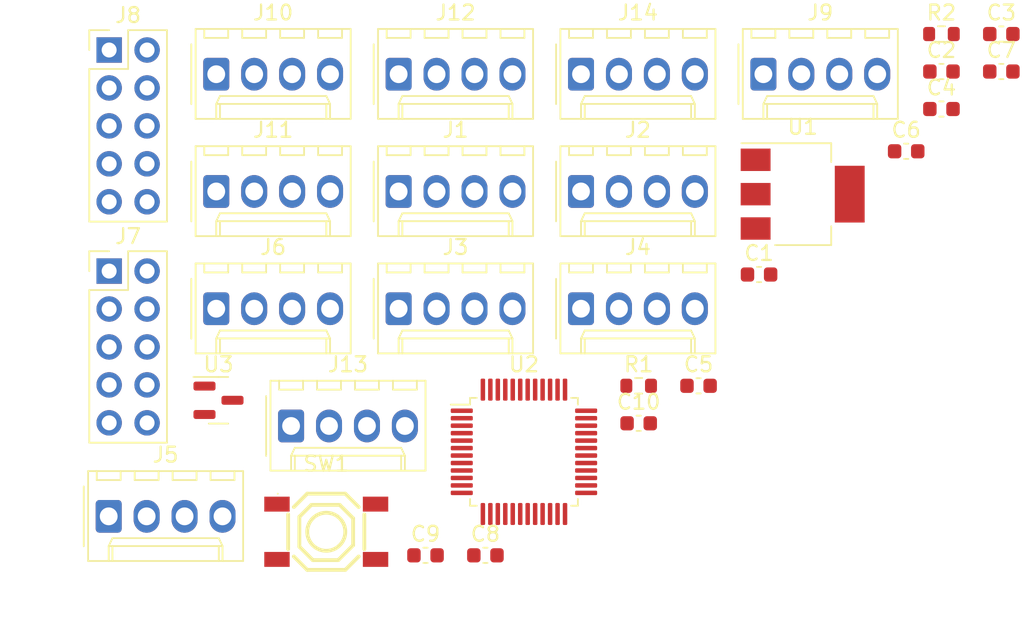
<source format=kicad_pcb>
(kicad_pcb (version 20211014) (generator pcbnew)
  (layers (0 "F.Cu" signal) (31 "B.Cu" signal) (34 "B.Paste" user) (35 "F.Paste" user) (36 "B.SilkS" user "B.Silkscreen") (37 "F.SilkS" user "F.Silkscreen") (38 "B.Mask" user) (39 "F.Mask" user) (44 "Edge.Cuts" user))
  (net 0 "")
  (net 1 "+3V3")
  (net 2 "GND")
  (net 3 "+12V")
  (net 4 "/SYS_SENSE_1")
  (net 5 "/SYS_PWM_1")
  (net 6 "/12V_2")
  (net 7 "/SYS_SENSE_2")
  (net 8 "/SYS_PWM_2")
  (net 9 "/12V_3")
  (net 10 "/SYS_SENSE_3")
  (net 11 "/SYS_PWM_3")
  (net 12 "/12V_4")
  (net 13 "/SYS_SENSE_4")
  (net 14 "/SYS_PWM_4")
  (net 15 "/12V_5")
  (net 16 "/SYS_SENSE_5")
  (net 17 "/SYS_PWM_5")
  (net 18 "/12V_6")
  (net 19 "/SYS_SENSE_6")
  (net 20 "/SYS_PWM_6")
  (net 21 "/SPARE_1")
  (net 22 "/SPARE_2")
  (net 23 "/SPARE_3")
  (net 24 "/SPARE_4")
  (net 25 "/SPARE_5")
  (net 26 "/SPARE_6")
  (net 27 "/SPARE_7")
  (net 28 "/SPARE_8")
  (net 29 "/SPARE_9")
  (net 30 "/SPARE_10")
  (net 32 "/SWDIO")
  (net 33 "/DBG_UART_TX")
  (net 34 "/SWCLK")
  (net 35 "/DBG_UART_RX")
  (net 36 "/NRST")
  (net 37 "/FAN_SENSE_1")
  (net 38 "/FAN_PWM_1")
  (net 39 "/FAN_SENSE_2")
  (net 40 "/FAN_PWM_2")
  (net 41 "/FAN_SENSE_3")
  (net 42 "/FAN_PWM_3")
  (net 43 "/FAN_SENSE_4")
  (net 44 "/FAN_PWM_4")
  (net 45 "/FAN_SENSE_5")
  (net 46 "/FAN_PWM_5")
  (net 47 "/FAN_SENSE_6")
  (net 48 "/FAN_PWM_6")
  (net 49 "/BOOT0")
  (net 50 "/TEMPERATURE")
  (footprint "Capacitor_SMD:C_0603_1608Metric" (layer "F.Cu") (at 165.1 93.98)
    (fp_text reference "C1" (at 0 -1.43) (layer "F.SilkS"))
    (fp_text value "10u")
    (pad "1" smd roundrect (at -0.775 0) (size 0.9 0.95) (layers "F.Cu" "F.Paste" "F.Mask") (net 1 "+3V3"))
    (pad "2" smd roundrect (at 0.775 0) (size 0.9 0.95) (layers "F.Cu" "F.Paste" "F.Mask") (net 2 "GND"))
  )
  (footprint "Connector_Molex:Molex_KK-254_AE-6410-04A_1x04_P2.54mm_Vertical" (layer "F.Cu") (at 128.76 80.57)
    (fp_text reference "J10" (at 3.81 -4.12) (layer "F.SilkS"))
    (fp_text value "Conn_01x04")
    (pad "1" thru_hole roundrect (at 0 0) (size 1.74 2.19) (drill 1.19) (layers *.Cu *.Mask) (roundrect_rratio 0.143678) (net 2 "GND"))
    (pad "2" thru_hole oval (at 2.54 0) (size 1.74 2.19) (drill 1.19) (layers *.Cu *.Mask) (net 6 "/12V_2"))
    (pad "3" thru_hole oval (at 5.08 0) (size 1.74 2.19) (drill 1.19) (layers *.Cu *.Mask) (net 39 "/FAN_SENSE_2"))
    (pad "4" thru_hole oval (at 7.62 0) (size 1.74 2.19) (drill 1.19) (layers *.Cu *.Mask) (net 40 "/FAN_PWM_2"))
  )
  (footprint "Package_TO_SOT_SMD:SOT-23" (layer "F.Cu") (at 128.91 102.4)
    (fp_text reference "U3" (at 0 -2.4) (layer "F.SilkS"))
    (fp_text value "MCP9700AT-ETT")
    (pad "1" smd roundrect (at -0.9375 -0.95) (size 1.475 0.6) (layers "F.Cu" "F.Paste" "F.Mask") (net 1 "+3V3"))
    (pad "2" smd roundrect (at -0.9375 0.95) (size 1.475 0.6) (layers "F.Cu" "F.Paste" "F.Mask") (net 50 "/TEMPERATURE"))
    (pad "3" smd roundrect (at 0.9375 0) (size 1.475 0.6) (layers "F.Cu" "F.Paste" "F.Mask") (net 2 "GND"))
  )
  (footprint "Connector_Molex:Molex_KK-254_AE-6410-04A_1x04_P2.54mm_Vertical" (layer "F.Cu") (at 153.18 80.57)
    (fp_text reference "J14" (at 3.81 -4.12) (layer "F.SilkS"))
    (fp_text value "Conn_01x04")
    (pad "1" thru_hole roundrect (at 0 0) (size 1.74 2.19) (drill 1.19) (layers *.Cu *.Mask) (roundrect_rratio 0.143678) (net 2 "GND"))
    (pad "2" thru_hole oval (at 2.54 0) (size 1.74 2.19) (drill 1.19) (layers *.Cu *.Mask) (net 18 "/12V_6"))
    (pad "3" thru_hole oval (at 5.08 0) (size 1.74 2.19) (drill 1.19) (layers *.Cu *.Mask) (net 47 "/FAN_SENSE_6"))
    (pad "4" thru_hole oval (at 7.62 0) (size 1.74 2.19) (drill 1.19) (layers *.Cu *.Mask) (net 48 "/FAN_PWM_6"))
  )
  (footprint "Connector_Molex:Molex_KK-254_AE-6410-04A_1x04_P2.54mm_Vertical" (layer "F.Cu") (at 140.97 88.42)
    (fp_text reference "J1" (at 3.81 -4.12) (layer "F.SilkS"))
    (fp_text value "Conn_01x04")
    (pad "1" thru_hole roundrect (at 0 0) (size 1.74 2.19) (drill 1.19) (layers *.Cu *.Mask) (roundrect_rratio 0.143678) (net 2 "GND"))
    (pad "2" thru_hole oval (at 2.54 0) (size 1.74 2.19) (drill 1.19) (layers *.Cu *.Mask) (net 3 "+12V"))
    (pad "3" thru_hole oval (at 5.08 0) (size 1.74 2.19) (drill 1.19) (layers *.Cu *.Mask) (net 4 "/SYS_SENSE_1"))
    (pad "4" thru_hole oval (at 7.62 0) (size 1.74 2.19) (drill 1.19) (layers *.Cu *.Mask) (net 5 "/SYS_PWM_1"))
  )
  (footprint "Connector_Molex:Molex_KK-254_AE-6410-04A_1x04_P2.54mm_Vertical" (layer "F.Cu") (at 165.39 80.57)
    (fp_text reference "J9" (at 3.81 -4.12) (layer "F.SilkS"))
    (fp_text value "Conn_01x04")
    (pad "1" thru_hole roundrect (at 0 0) (size 1.74 2.19) (drill 1.19) (layers *.Cu *.Mask) (roundrect_rratio 0.143678) (net 2 "GND"))
    (pad "2" thru_hole oval (at 2.54 0) (size 1.74 2.19) (drill 1.19) (layers *.Cu *.Mask) (net 3 "+12V"))
    (pad "3" thru_hole oval (at 5.08 0) (size 1.74 2.19) (drill 1.19) (layers *.Cu *.Mask) (net 37 "/FAN_SENSE_1"))
    (pad "4" thru_hole oval (at 7.62 0) (size 1.74 2.19) (drill 1.19) (layers *.Cu *.Mask) (net 38 "/FAN_PWM_1"))
  )
  (footprint "Connector_Molex:Molex_KK-254_AE-6410-04A_1x04_P2.54mm_Vertical" (layer "F.Cu") (at 153.18 96.27)
    (fp_text reference "J4" (at 3.81 -4.12) (layer "F.SilkS"))
    (fp_text value "Conn_01x04")
    (pad "1" thru_hole roundrect (at 0 0) (size 1.74 2.19) (drill 1.19) (layers *.Cu *.Mask) (roundrect_rratio 0.143678) (net 2 "GND"))
    (pad "2" thru_hole oval (at 2.54 0) (size 1.74 2.19) (drill 1.19) (layers *.Cu *.Mask) (net 12 "/12V_4"))
    (pad "3" thru_hole oval (at 5.08 0) (size 1.74 2.19) (drill 1.19) (layers *.Cu *.Mask) (net 13 "/SYS_SENSE_4"))
    (pad "4" thru_hole oval (at 7.62 0) (size 1.74 2.19) (drill 1.19) (layers *.Cu *.Mask) (net 14 "/SYS_PWM_4"))
  )
  (footprint "Capacitor_SMD:C_0603_1608Metric" (layer "F.Cu") (at 157.04 103.94)
    (fp_text reference "C10" (at 0 -1.43) (layer "F.SilkS"))
    (fp_text value "10n")
    (pad "1" smd roundrect (at -0.775 0) (size 0.9 0.95) (layers "F.Cu" "F.Paste" "F.Mask") (net 1 "+3V3"))
    (pad "2" smd roundrect (at 0.775 0) (size 0.9 0.95) (layers "F.Cu" "F.Paste" "F.Mask") (net 2 "GND"))
  )
  (footprint "Connector_Molex:Molex_KK-254_AE-6410-04A_1x04_P2.54mm_Vertical" (layer "F.Cu") (at 140.97 80.57)
    (fp_text reference "J12" (at 3.81 -4.12) (layer "F.SilkS"))
    (fp_text value "Conn_01x04")
    (pad "1" thru_hole roundrect (at 0 0) (size 1.74 2.19) (drill 1.19) (layers *.Cu *.Mask) (roundrect_rratio 0.143678) (net 2 "GND"))
    (pad "2" thru_hole oval (at 2.54 0) (size 1.74 2.19) (drill 1.19) (layers *.Cu *.Mask) (net 12 "/12V_4"))
    (pad "3" thru_hole oval (at 5.08 0) (size 1.74 2.19) (drill 1.19) (layers *.Cu *.Mask) (net 43 "/FAN_SENSE_4"))
    (pad "4" thru_hole oval (at 7.62 0) (size 1.74 2.19) (drill 1.19) (layers *.Cu *.Mask) (net 44 "/FAN_PWM_4"))
  )
  (footprint "Package_TO_SOT_SMD:SOT-223-3_TabPin2" (layer "F.Cu") (at 168.02 88.6)
    (fp_text reference "U1" (at 0 -4.5) (layer "F.SilkS"))
    (fp_text value "AMS1117-3.3")
    (pad "1" smd rect (at -3.15 -2.3) (size 2 1.5) (layers "F.Cu" "F.Paste" "F.Mask") (net 2 "GND"))
    (pad "2" smd rect (at -3.15 0) (size 2 1.5) (layers "F.Cu" "F.Paste" "F.Mask") (net 1 "+3V3"))
    (pad "2" smd rect (at 3.15 0) (size 2 3.8) (layers "F.Cu" "F.Paste" "F.Mask") (net 1 "+3V3"))
    (pad "3" smd rect (at -3.15 2.3) (size 2 1.5) (layers "F.Cu" "F.Paste" "F.Mask") (net 3 "+12V"))
  )
  (footprint "Connector_Molex:Molex_KK-254_AE-6410-04A_1x04_P2.54mm_Vertical" (layer "F.Cu") (at 128.76 88.42)
    (fp_text reference "J11" (at 3.81 -4.12) (layer "F.SilkS"))
    (fp_text value "Conn_01x04")
    (pad "1" thru_hole roundrect (at 0 0) (size 1.74 2.19) (drill 1.19) (layers *.Cu *.Mask) (roundrect_rratio 0.143678) (net 2 "GND"))
    (pad "2" thru_hole oval (at 2.54 0) (size 1.74 2.19) (drill 1.19) (layers *.Cu *.Mask) (net 9 "/12V_3"))
    (pad "3" thru_hole oval (at 5.08 0) (size 1.74 2.19) (drill 1.19) (layers *.Cu *.Mask) (net 41 "/FAN_SENSE_3"))
    (pad "4" thru_hole oval (at 7.62 0) (size 1.74 2.19) (drill 1.19) (layers *.Cu *.Mask) (net 42 "/FAN_PWM_3"))
  )
  (footprint "Capacitor_SMD:C_0603_1608Metric" (layer "F.Cu") (at 177.31 80.39)
    (fp_text reference "C2" (at 0 -1.43) (layer "F.SilkS"))
    (fp_text value "10n")
    (pad "1" smd roundrect (at -0.775 0) (size 0.9 0.95) (layers "F.Cu" "F.Paste" "F.Mask") (net 1 "+3V3"))
    (pad "2" smd roundrect (at 0.775 0) (size 0.9 0.95) (layers "F.Cu" "F.Paste" "F.Mask") (net 2 "GND"))
  )
  (footprint "Capacitor_SMD:C_0603_1608Metric" (layer "F.Cu") (at 174.95 85.73)
    (fp_text reference "C6" (at 0 -1.43) (layer "F.SilkS"))
    (fp_text value "10n")
    (pad "1" smd roundrect (at -0.775 0) (size 0.9 0.95) (layers "F.Cu" "F.Paste" "F.Mask") (net 1 "+3V3"))
    (pad "2" smd roundrect (at 0.775 0) (size 0.9 0.95) (layers "F.Cu" "F.Paste" "F.Mask") (net 2 "GND"))
  )
  (footprint "Capacitor_SMD:C_0603_1608Metric" (layer "F.Cu") (at 142.77 112.78)
    (fp_text reference "C9" (at 0 -1.43) (layer "F.SilkS"))
    (fp_text value "10u")
    (pad "1" smd roundrect (at -0.775 0) (size 0.9 0.95) (layers "F.Cu" "F.Paste" "F.Mask") (net 1 "+3V3"))
    (pad "2" smd roundrect (at 0.775 0) (size 0.9 0.95) (layers "F.Cu" "F.Paste" "F.Mask") (net 2 "GND"))
  )
  (footprint "Capacitor_SMD:C_0603_1608Metric" (layer "F.Cu") (at 161.05 101.43)
    (fp_text reference "C5" (at 0 -1.43) (layer "F.SilkS"))
    (fp_text value "10u")
    (pad "1" smd roundrect (at -0.775 0) (size 0.9 0.95) (layers "F.Cu" "F.Paste" "F.Mask") (net 1 "+3V3"))
    (pad "2" smd roundrect (at 0.775 0) (size 0.9 0.95) (layers "F.Cu" "F.Paste" "F.Mask") (net 2 "GND"))
  )
  (footprint "Connector_Molex:Molex_KK-254_AE-6410-04A_1x04_P2.54mm_Vertical" (layer "F.Cu") (at 153.18 88.42)
    (fp_text reference "J2" (at 3.81 -4.12) (layer "F.SilkS"))
    (fp_text value "Conn_01x04")
    (pad "1" thru_hole roundrect (at 0 0) (size 1.74 2.19) (drill 1.19) (layers *.Cu *.Mask) (roundrect_rratio 0.143678) (net 2 "GND"))
    (pad "2" thru_hole oval (at 2.54 0) (size 1.74 2.19) (drill 1.19) (layers *.Cu *.Mask) (net 6 "/12V_2"))
    (pad "3" thru_hole oval (at 5.08 0) (size 1.74 2.19) (drill 1.19) (layers *.Cu *.Mask) (net 7 "/SYS_SENSE_2"))
    (pad "4" thru_hole oval (at 7.62 0) (size 1.74 2.19) (drill 1.19) (layers *.Cu *.Mask) (net 8 "/SYS_PWM_2"))
  )
  (footprint "Capacitor_SMD:C_0603_1608Metric" (layer "F.Cu") (at 181.32 80.39)
    (fp_text reference "C7" (at 0 -1.43) (layer "F.SilkS"))
    (fp_text value "10u")
    (pad "1" smd roundrect (at -0.775 0) (size 0.9 0.95) (layers "F.Cu" "F.Paste" "F.Mask") (net 1 "+3V3"))
    (pad "2" smd roundrect (at 0.775 0) (size 0.9 0.95) (layers "F.Cu" "F.Paste" "F.Mask") (net 2 "GND"))
  )
  (footprint "Connector_Molex:Molex_KK-254_AE-6410-04A_1x04_P2.54mm_Vertical" (layer "F.Cu") (at 140.97 96.27)
    (fp_text reference "J3" (at 3.81 -4.12) (layer "F.SilkS"))
    (fp_text value "Conn_01x04")
    (pad "1" thru_hole roundrect (at 0 0) (size 1.74 2.19) (drill 1.19) (layers *.Cu *.Mask) (roundrect_rratio 0.143678) (net 2 "GND"))
    (pad "2" thru_hole oval (at 2.54 0) (size 1.74 2.19) (drill 1.19) (layers *.Cu *.Mask) (net 9 "/12V_3"))
    (pad "3" thru_hole oval (at 5.08 0) (size 1.74 2.19) (drill 1.19) (layers *.Cu *.Mask) (net 10 "/SYS_SENSE_3"))
    (pad "4" thru_hole oval (at 7.62 0) (size 1.74 2.19) (drill 1.19) (layers *.Cu *.Mask) (net 11 "/SYS_PWM_3"))
  )
  (footprint "Connector_Molex:Molex_KK-254_AE-6410-04A_1x04_P2.54mm_Vertical" (layer "F.Cu") (at 121.56 110.17)
    (fp_text reference "J5" (at 3.81 -4.12) (layer "F.SilkS"))
    (fp_text value "Conn_01x04")
    (pad "1" thru_hole roundrect (at 0 0) (size 1.74 2.19) (drill 1.19) (layers *.Cu *.Mask) (roundrect_rratio 0.143678) (net 2 "GND"))
    (pad "2" thru_hole oval (at 2.54 0) (size 1.74 2.19) (drill 1.19) (layers *.Cu *.Mask) (net 15 "/12V_5"))
    (pad "3" thru_hole oval (at 5.08 0) (size 1.74 2.19) (drill 1.19) (layers *.Cu *.Mask) (net 16 "/SYS_SENSE_5"))
    (pad "4" thru_hole oval (at 7.62 0) (size 1.74 2.19) (drill 1.19) (layers *.Cu *.Mask) (net 17 "/SYS_PWM_5"))
  )
  (footprint "Resistor_SMD:R_0603_1608Metric" (layer "F.Cu") (at 157.04 101.43)
    (fp_text reference "R1" (at 0 -1.43) (layer "F.SilkS"))
    (fp_text value "10K")
    (pad "1" smd roundrect (at -0.825 0) (size 0.8 0.95) (layers "F.Cu" "F.Paste" "F.Mask") (net 49 "/BOOT0"))
    (pad "2" smd roundrect (at 0.825 0) (size 0.8 0.95) (layers "F.Cu" "F.Paste" "F.Mask") (net 2 "GND"))
  )
  (footprint "Connector_Molex:Molex_KK-254_AE-6410-04A_1x04_P2.54mm_Vertical" (layer "F.Cu") (at 128.76 96.27)
    (fp_text reference "J6" (at 3.81 -4.12) (layer "F.SilkS"))
    (fp_text value "Conn_01x04")
    (pad "1" thru_hole roundrect (at 0 0) (size 1.74 2.19) (drill 1.19) (layers *.Cu *.Mask) (roundrect_rratio 0.143678) (net 2 "GND"))
    (pad "2" thru_hole oval (at 2.54 0) (size 1.74 2.19) (drill 1.19) (layers *.Cu *.Mask) (net 18 "/12V_6"))
    (pad "3" thru_hole oval (at 5.08 0) (size 1.74 2.19) (drill 1.19) (layers *.Cu *.Mask) (net 19 "/SYS_SENSE_6"))
    (pad "4" thru_hole oval (at 7.62 0) (size 1.74 2.19) (drill 1.19) (layers *.Cu *.Mask) (net 20 "/SYS_PWM_6"))
  )
  (footprint "Capacitor_SMD:C_0603_1608Metric" (layer "F.Cu") (at 181.32 77.88)
    (fp_text reference "C3" (at 0 -1.43) (layer "F.SilkS"))
    (fp_text value "10u")
    (pad "1" smd roundrect (at -0.775 0) (size 0.9 0.95) (layers "F.Cu" "F.Paste" "F.Mask") (net 1 "+3V3"))
    (pad "2" smd roundrect (at 0.775 0) (size 0.9 0.95) (layers "F.Cu" "F.Paste" "F.Mask") (net 2 "GND"))
  )
  (footprint "jlcpcb:SW-SMD_4P-L5.1-W5.1-P3.70-LS6.5-TL-2" (layer "F.Cu") (at 136.124975 111.202165)
    (fp_text reference "SW1" (at 0 -4.550165) (layer "F.SilkS"))
    (fp_text value "SW_Push")
    (pad "1" smd rect (at 3.299975 -1.850394) (size 1.7 1) (layers "F.Cu" "F.Paste" "F.Mask") (net 2 "GND"))
    (pad "1" smd rect (at -3.299975 -1.849124) (size 1.7 1) (layers "F.Cu" "F.Paste" "F.Mask") (net 2 "GND"))
    (pad "2" smd rect (at 3.299975 1.850394) (size 1.7 1) (layers "F.Cu" "F.Paste" "F.Mask") (net 36 "/NRST"))
    (pad "2" smd rect (at -3.299975 1.850394) (size 1.7 1) (layers "F.Cu" "F.Paste" "F.Mask") (net 36 "/NRST"))
  )
  (footprint "Resistor_SMD:R_0603_1608Metric" (layer "F.Cu") (at 177.31 77.88)
    (fp_text reference "R2" (at 0 -1.43) (layer "F.SilkS"))
    (fp_text value "10K")
    (pad "1" smd roundrect (at -0.825 0) (size 0.8 0.95) (layers "F.Cu" "F.Paste" "F.Mask") (net 1 "+3V3"))
    (pad "2" smd roundrect (at 0.825 0) (size 0.8 0.95) (layers "F.Cu" "F.Paste" "F.Mask") (net 36 "/NRST"))
  )
  (footprint "Package_QFP:LQFP-48_7x7mm_P0.5mm" (layer "F.Cu") (at 149.36 105.85)
    (fp_text reference "U2" (at 0 -5.85) (layer "F.SilkS"))
    (fp_text value "STM32F030C8Tx")
    (pad "1" smd roundrect (at -4.1625 -2.75) (size 1.475 0.3) (layers "F.Cu" "F.Paste" "F.Mask") (net 1 "+3V3"))
    (pad "2" smd roundrect (at -4.1625 -2.25) (size 1.475 0.3) (layers "F.Cu" "F.Paste" "F.Mask") (net 25 "/SPARE_5"))
    (pad "3" smd roundrect (at -4.1625 -1.75) (size 1.475 0.3) (layers "F.Cu" "F.Paste" "F.Mask") (net 26 "/SPARE_6"))
    (pad "4" smd roundrect (at -4.1625 -1.25) (size 1.475 0.3) (layers "F.Cu" "F.Paste" "F.Mask") (net 27 "/SPARE_7"))
    (pad "5" smd roundrect (at -4.1625 -0.75) (size 1.475 0.3) (layers "F.Cu" "F.Paste" "F.Mask") (net 21 "/SPARE_1"))
    (pad "6" smd roundrect (at -4.1625 -0.25) (size 1.475 0.3) (layers "F.Cu" "F.Paste" "F.Mask") (net 22 "/SPARE_2"))
    (pad "7" smd roundrect (at -4.1625 0.25) (size 1.475 0.3) (layers "F.Cu" "F.Paste" "F.Mask") (net 36 "/NRST"))
    (pad "8" smd roundrect (at -4.1625 0.75) (size 1.475 0.3) (layers "F.Cu" "F.Paste" "F.Mask") (net 2 "GND"))
    (pad "9" smd roundrect (at -4.1625 1.25) (size 1.475 0.3) (layers "F.Cu" "F.Paste" "F.Mask") (net 1 "+3V3"))
    (pad "10" smd roundrect (at -4.1625 1.75) (size 1.475 0.3) (layers "F.Cu" "F.Paste" "F.Mask") (net 50 "/TEMPERATURE"))
    (pad "11" smd roundrect (at -4.1625 2.25) (size 1.475 0.3) (layers "F.Cu" "F.Paste" "F.Mask") (net 28 "/SPARE_8"))
    (pad "12" smd roundrect (at -4.1625 2.75) (size 1.475 0.3) (layers "F.Cu" "F.Paste" "F.Mask") (net 33 "/DBG_UART_TX"))
    (pad "13" smd roundrect (at -2.75 4.1625) (size 0.3 1.475) (layers "F.Cu" "F.Paste" "F.Mask") (net 35 "/DBG_UART_RX"))
    (pad "14" smd roundrect (at -2.25 4.1625) (size 0.3 1.475) (layers "F.Cu" "F.Paste" "F.Mask") (net 29 "/SPARE_9"))
    (pad "15" smd roundrect (at -1.75 4.1625) (size 0.3 1.475) (layers "F.Cu" "F.Paste" "F.Mask") (net 30 "/SPARE_10"))
    (pad "16" smd roundrect (at -1.25 4.1625) (size 0.3 1.475) (layers "F.Cu" "F.Paste" "F.Mask") (net 41 "/FAN_SENSE_3"))
    (pad "17" smd roundrect (at -0.75 4.1625) (size 0.3 1.475) (layers "F.Cu" "F.Paste" "F.Mask") (net 38 "/FAN_PWM_1"))
    (pad "18" smd roundrect (at -0.25 4.1625) (size 0.3 1.475) (layers "F.Cu" "F.Paste" "F.Mask") (net 46 "/FAN_PWM_5"))
    (pad "19" smd roundrect (at 0.25 4.1625) (size 0.3 1.475) (layers "F.Cu" "F.Paste" "F.Mask") (net 48 "/FAN_PWM_6"))
    (pad "20" smd roundrect (at 0.75 4.1625) (size 0.3 1.475) (layers "F.Cu" "F.Paste" "F.Mask") (net 5 "/SYS_PWM_1"))
    (pad "21" smd roundrect (at 1.25 4.1625) (size 0.3 1.475) (layers "F.Cu" "F.Paste" "F.Mask") (net 10 "/SYS_SENSE_3"))
    (pad "22" smd roundrect (at 1.75 4.1625) (size 0.3 1.475) (layers "F.Cu" "F.Paste" "F.Mask") (net 13 "/SYS_SENSE_4"))
    (pad "23" smd roundrect (at 2.25 4.1625) (size 0.3 1.475) (layers "F.Cu" "F.Paste" "F.Mask") (net 2 "GND"))
    (pad "24" smd roundrect (at 2.75 4.1625) (size 0.3 1.475) (layers "F.Cu" "F.Paste" "F.Mask") (net 1 "+3V3"))
    (pad "25" smd roundrect (at 4.1625 2.75) (size 1.475 0.3) (layers "F.Cu" "F.Paste" "F.Mask") (net 16 "/SYS_SENSE_5"))
    (pad "26" smd roundrect (at 4.1625 2.25) (size 1.475 0.3) (layers "F.Cu" "F.Paste" "F.Mask") (net 19 "/SYS_SENSE_6"))
    (pad "27" smd roundrect (at 4.1625 1.75) (size 1.475 0.3) (layers "F.Cu" "F.Paste" "F.Mask") (net 37 "/FAN_SENSE_1"))
    (pad "28" smd roundrect (at 4.1625 1.25) (size 1.475 0.3) (layers "F.Cu" "F.Paste" "F.Mask") (net 39 "/FAN_SENSE_2"))
    (pad "29" smd roundrect (at 4.1625 0.75) (size 1.475 0.3) (layers "F.Cu" "F.Paste" "F.Mask") (net 40 "/FAN_PWM_2"))
    (pad "30" smd roundrect (at 4.1625 0.25) (size 1.475 0.3) (layers "F.Cu" "F.Paste" "F.Mask") (net 42 "/FAN_PWM_3"))
    (pad "31" smd roundrect (at 4.1625 -0.25) (size 1.475 0.3) (layers "F.Cu" "F.Paste" "F.Mask") (net 44 "/FAN_PWM_4"))
    (pad "32" smd roundrect (at 4.1625 -0.75) (size 1.475 0.3) (layers "F.Cu" "F.Paste" "F.Mask") (net 43 "/FAN_SENSE_4"))
    (pad "33" smd roundrect (at 4.1625 -1.25) (size 1.475 0.3) (layers "F.Cu" "F.Paste" "F.Mask") (net 45 "/FAN_SENSE_5"))
    (pad "34" smd roundrect (at 4.1625 -1.75) (size 1.475 0.3) (layers "F.Cu" "F.Paste" "F.Mask") (net 32 "/SWDIO"))
    (pad "35" smd roundrect (at 4.1625 -2.25) (size 1.475 0.3) (layers "F.Cu" "F.Paste" "F.Mask") (net 23 "/SPARE_3"))
    (pad "36" smd roundrect (at 4.1625 -2.75) (size 1.475 0.3) (layers "F.Cu" "F.Paste" "F.Mask") (net 24 "/SPARE_4"))
    (pad "37" smd roundrect (at 2.75 -4.1625) (size 0.3 1.475) (layers "F.Cu" "F.Paste" "F.Mask") (net 34 "/SWCLK"))
    (pad "38" smd roundrect (at 2.25 -4.1625) (size 0.3 1.475) (layers "F.Cu" "F.Paste" "F.Mask") (net 47 "/FAN_SENSE_6"))
    (pad "39" smd roundrect (at 1.75 -4.1625) (size 0.3 1.475) (layers "F.Cu" "F.Paste" "F.Mask") (net 8 "/SYS_PWM_2"))
    (pad "40" smd roundrect (at 1.25 -4.1625) (size 0.3 1.475) (layers "F.Cu" "F.Paste" "F.Mask") (net 11 "/SYS_PWM_3"))
    (pad "41" smd roundrect (at 0.75 -4.1625) (size 0.3 1.475) (layers "F.Cu" "F.Paste" "F.Mask") (net 14 "/SYS_PWM_4"))
    (pad "42" smd roundrect (at 0.25 -4.1625) (size 0.3 1.475) (layers "F.Cu" "F.Paste" "F.Mask") (net 17 "/SYS_PWM_5"))
    (pad "43" smd roundrect (at -0.25 -4.1625) (size 0.3 1.475) (layers "F.Cu" "F.Paste" "F.Mask") (net 20 "/SYS_PWM_6"))
    (pad "44" smd roundrect (at -0.75 -4.1625) (size 0.3 1.475) (layers "F.Cu" "F.Paste" "F.Mask") (net 49 "/BOOT0"))
    (pad "45" smd roundrect (at -1.25 -4.1625) (size 0.3 1.475) (layers "F.Cu" "F.Paste" "F.Mask") (net 4 "/SYS_SENSE_1"))
    (pad "46" smd roundrect (at -1.75 -4.1625) (size 0.3 1.475) (layers "F.Cu" "F.Paste" "F.Mask") (net 7 "/SYS_SENSE_2"))
    (pad "47" smd roundrect (at -2.25 -4.1625) (size 0.3 1.475) (layers "F.Cu" "F.Paste" "F.Mask") (net 2 "GND"))
    (pad "48" smd roundrect (at -2.75 -4.1625) (size 0.3 1.475) (layers "F.Cu" "F.Paste" "F.Mask") (net 1 "+3V3"))
  )
  (footprint "Connector_Molex:Molex_KK-254_AE-6410-04A_1x04_P2.54mm_Vertical" (layer "F.Cu") (at 133.77 104.12)
    (fp_text reference "J13" (at 3.81 -4.12) (layer "F.SilkS"))
    (fp_text value "Conn_01x04")
    (pad "1" thru_hole roundrect (at 0 0) (size 1.74 2.19) (drill 1.19) (layers *.Cu *.Mask) (roundrect_rratio 0.143678) (net 2 "GND"))
    (pad "2" thru_hole oval (at 2.54 0) (size 1.74 2.19) (drill 1.19) (layers *.Cu *.Mask) (net 15 "/12V_5"))
    (pad "3" thru_hole oval (at 5.08 0) (size 1.74 2.19) (drill 1.19) (layers *.Cu *.Mask) (net 45 "/FAN_SENSE_5"))
    (pad "4" thru_hole oval (at 7.62 0) (size 1.74 2.19) (drill 1.19) (layers *.Cu *.Mask) (net 46 "/FAN_PWM_5"))
  )
  (footprint "Connector_PinHeader_2.54mm:PinHeader_2x05_P2.54mm_Vertical" (layer "F.Cu") (at 121.59 78.95)
    (fp_text reference "J8" (at 1.27 -2.33) (layer "F.SilkS"))
    (fp_text value "Conn_02x05_Odd_Even")
    (pad "1" thru_hole rect (at 0 0) (size 1.7 1.7) (drill 1) (layers *.Cu *.Mask) (net 1 "+3V3"))
    (pad "2" thru_hole oval (at 2.54 0) (size 1.7 1.7) (drill 1) (layers *.Cu *.Mask) (net 2 "GND"))
    (pad "3" thru_hole oval (at 0 2.54) (size 1.7 1.7) (drill 1) (layers *.Cu *.Mask))
    (pad "4" thru_hole oval (at 2.54 2.54) (size 1.7 1.7) (drill 1) (layers *.Cu *.Mask) (net 32 "/SWDIO"))
    (pad "5" thru_hole oval (at 0 5.08) (size 1.7 1.7) (drill 1) (layers *.Cu *.Mask) (net 33 "/DBG_UART_TX"))
    (pad "6" thru_hole oval (at 2.54 5.08) (size 1.7 1.7) (drill 1) (layers *.Cu *.Mask) (net 34 "/SWCLK"))
    (pad "7" thru_hole oval (at 0 7.62) (size 1.7 1.7) (drill 1) (layers *.Cu *.Mask) (net 35 "/DBG_UART_RX"))
    (pad "8" thru_hole oval (at 2.54 7.62) (size 1.7 1.7) (drill 1) (layers *.Cu *.Mask) (net 36 "/NRST"))
    (pad "9" thru_hole oval (at 0 10.16) (size 1.7 1.7) (drill 1) (layers *.Cu *.Mask) (net 2 "GND"))
    (pad "10" thru_hole oval (at 2.54 10.16) (size 1.7 1.7) (drill 1) (layers *.Cu *.Mask) (net 1 "+3V3"))
  )
  (footprint "Capacitor_SMD:C_0603_1608Metric" (layer "F.Cu") (at 146.78 112.78)
    (fp_text reference "C8" (at 0 -1.43) (layer "F.SilkS"))
    (fp_text value "10n")
    (pad "1" smd roundrect (at -0.775 0) (size 0.9 0.95) (layers "F.Cu" "F.Paste" "F.Mask") (net 1 "+3V3"))
    (pad "2" smd roundrect (at 0.775 0) (size 0.9 0.95) (layers "F.Cu" "F.Paste" "F.Mask") (net 2 "GND"))
  )
  (footprint "Connector_PinHeader_2.54mm:PinHeader_2x05_P2.54mm_Vertical" (layer "F.Cu") (at 121.59 93.75)
    (fp_text reference "J7" (at 1.27 -2.33) (layer "F.SilkS"))
    (fp_text value "Conn_02x05_Odd_Even")
    (pad "1" thru_hole rect (at 0 0) (size 1.7 1.7) (drill 1) (layers *.Cu *.Mask) (net 21 "/SPARE_1"))
    (pad "2" thru_hole oval (at 2.54 0) (size 1.7 1.7) (drill 1) (layers *.Cu *.Mask) (net 22 "/SPARE_2"))
    (pad "3" thru_hole oval (at 0 2.54) (size 1.7 1.7) (drill 1) (layers *.Cu *.Mask) (net 23 "/SPARE_3"))
    (pad "4" thru_hole oval (at 2.54 2.54) (size 1.7 1.7) (drill 1) (layers *.Cu *.Mask) (net 24 "/SPARE_4"))
    (pad "5" thru_hole oval (at 0 5.08) (size 1.7 1.7) (drill 1) (layers *.Cu *.Mask) (net 25 "/SPARE_5"))
    (pad "6" thru_hole oval (at 2.54 5.08) (size 1.7 1.7) (drill 1) (layers *.Cu *.Mask) (net 26 "/SPARE_6"))
    (pad "7" thru_hole oval (at 0 7.62) (size 1.7 1.7) (drill 1) (layers *.Cu *.Mask) (net 27 "/SPARE_7"))
    (pad "8" thru_hole oval (at 2.54 7.62) (size 1.7 1.7) (drill 1) (layers *.Cu *.Mask) (net 28 "/SPARE_8"))
    (pad "9" thru_hole oval (at 0 10.16) (size 1.7 1.7) (drill 1) (layers *.Cu *.Mask) (net 29 "/SPARE_9"))
    (pad "10" thru_hole oval (at 2.54 10.16) (size 1.7 1.7) (drill 1) (layers *.Cu *.Mask) (net 30 "/SPARE_10"))
  )
  (footprint "Capacitor_SMD:C_0603_1608Metric" (layer "F.Cu") (at 177.31 82.9)
    (fp_text reference "C4" (at 0 -1.43) (layer "F.SilkS"))
    (fp_text value "10n")
    (pad "1" smd roundrect (at -0.775 0) (size 0.9 0.95) (layers "F.Cu" "F.Paste" "F.Mask") (net 1 "+3V3"))
    (pad "2" smd roundrect (at 0.775 0) (size 0.9 0.95) (layers "F.Cu" "F.Paste" "F.Mask") (net 2 "GND"))
  )
)
</source>
